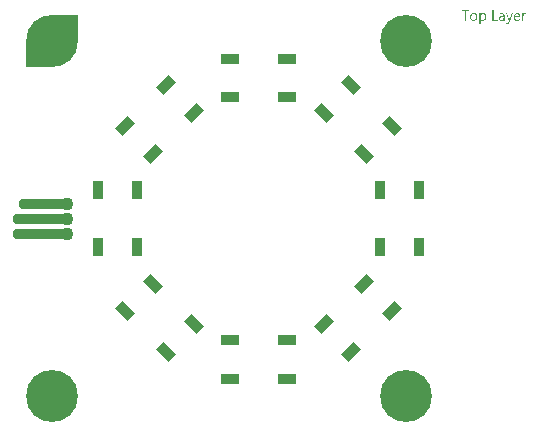
<source format=gtl>
G04*
G04 #@! TF.GenerationSoftware,Altium Limited,Altium Designer,22.4.2 (48)*
G04*
G04 Layer_Physical_Order=1*
G04 Layer_Color=255*
%FSAX44Y44*%
%MOMM*%
G71*
G04*
G04 #@! TF.SameCoordinates,0DF53AF2-F480-4E1A-B95F-C2B51B741BF4*
G04*
G04*
G04 #@! TF.FilePolarity,Positive*
G04*
G01*
G75*
%ADD13R,0.9000X1.5000*%
G04:AMPARAMS|DCode=14|XSize=1.5mm|YSize=0.9mm|CornerRadius=0mm|HoleSize=0mm|Usage=FLASHONLY|Rotation=225.000|XOffset=0mm|YOffset=0mm|HoleType=Round|Shape=Rectangle|*
%AMROTATEDRECTD14*
4,1,4,0.2121,0.8485,0.8485,0.2121,-0.2121,-0.8485,-0.8485,-0.2121,0.2121,0.8485,0.0*
%
%ADD14ROTATEDRECTD14*%

%ADD15R,1.5000X0.9000*%
G04:AMPARAMS|DCode=16|XSize=1.5mm|YSize=0.9mm|CornerRadius=0mm|HoleSize=0mm|Usage=FLASHONLY|Rotation=315.000|XOffset=0mm|YOffset=0mm|HoleType=Round|Shape=Rectangle|*
%AMROTATEDRECTD16*
4,1,4,-0.8485,0.2121,-0.2121,0.8485,0.8485,-0.2121,0.2121,-0.8485,-0.8485,0.2121,0.0*
%
%ADD16ROTATEDRECTD16*%

G04:AMPARAMS|DCode=21|XSize=0.9mm|YSize=4.3mm|CornerRadius=0.351mm|HoleSize=0mm|Usage=FLASHONLY|Rotation=90.000|XOffset=0mm|YOffset=0mm|HoleType=Round|Shape=RoundedRectangle|*
%AMROUNDEDRECTD21*
21,1,0.9000,3.5980,0,0,90.0*
21,1,0.1980,4.3000,0,0,90.0*
1,1,0.7020,1.7990,0.0990*
1,1,0.7020,1.7990,-0.0990*
1,1,0.7020,-1.7990,-0.0990*
1,1,0.7020,-1.7990,0.0990*
%
%ADD21ROUNDEDRECTD21*%
G04:AMPARAMS|DCode=22|XSize=0.9mm|YSize=4.8mm|CornerRadius=0.351mm|HoleSize=0mm|Usage=FLASHONLY|Rotation=90.000|XOffset=0mm|YOffset=0mm|HoleType=Round|Shape=RoundedRectangle|*
%AMROUNDEDRECTD22*
21,1,0.9000,4.0980,0,0,90.0*
21,1,0.1980,4.8000,0,0,90.0*
1,1,0.7020,2.0490,0.0990*
1,1,0.7020,2.0490,-0.0990*
1,1,0.7020,-2.0490,-0.0990*
1,1,0.7020,-2.0490,0.0990*
%
%ADD22ROUNDEDRECTD22*%
%ADD25C,1.1000*%
%ADD26C,0.2500*%
%ADD27C,4.4000*%
%ADD28C,0.6000*%
G36*
X-00197155Y00128000D02*
X-00174000Y00128000D01*
X-00153000Y00149000D01*
X-00153000Y00172155D01*
X-00174845Y00172155D01*
X-00197155Y00149845D01*
X-00197155Y00128000D01*
X-00197155Y00128000D02*
G37*
G36*
X00190295Y00174013D02*
X00190381Y00174005D01*
X00190483Y00173997D01*
X00190601Y00173973D01*
X00190735Y00173950D01*
X00190884Y00173911D01*
X00191033Y00173863D01*
X00191190Y00173808D01*
X00191347Y00173738D01*
X00191512Y00173659D01*
X00191669Y00173557D01*
X00191818Y00173440D01*
X00191967Y00173306D01*
X00192100Y00173157D01*
X00192108Y00173149D01*
X00192132Y00173118D01*
X00192163Y00173071D01*
X00192210Y00173000D01*
X00192257Y00172914D01*
X00192320Y00172812D01*
X00192383Y00172686D01*
X00192446Y00172553D01*
X00192508Y00172396D01*
X00192571Y00172223D01*
X00192634Y00172035D01*
X00192681Y00171831D01*
X00192728Y00171611D01*
X00192759Y00171375D01*
X00192783Y00171124D01*
X00192791Y00170865D01*
X00192791Y00170857D01*
X00192791Y00170849D01*
X00192791Y00170826D01*
X00192791Y00170795D01*
X00192783Y00170708D01*
X00192775Y00170598D01*
X00192767Y00170465D01*
X00192752Y00170308D01*
X00192728Y00170135D01*
X00192697Y00169947D01*
X00192650Y00169751D01*
X00192603Y00169539D01*
X00192540Y00169327D01*
X00192461Y00169115D01*
X00192375Y00168903D01*
X00192273Y00168691D01*
X00192147Y00168495D01*
X00192014Y00168307D01*
X00192006Y00168299D01*
X00191975Y00168267D01*
X00191935Y00168220D01*
X00191873Y00168157D01*
X00191794Y00168087D01*
X00191700Y00168001D01*
X00191582Y00167914D01*
X00191457Y00167828D01*
X00191315Y00167742D01*
X00191151Y00167655D01*
X00190978Y00167569D01*
X00190790Y00167498D01*
X00190585Y00167435D01*
X00190366Y00167388D01*
X00190130Y00167357D01*
X00189887Y00167349D01*
X00189832Y00167349D01*
X00189769Y00167357D01*
X00189683Y00167365D01*
X00189581Y00167380D01*
X00189463Y00167404D01*
X00189330Y00167435D01*
X00189181Y00167482D01*
X00189031Y00167537D01*
X00188874Y00167608D01*
X00188717Y00167694D01*
X00188553Y00167796D01*
X00188396Y00167922D01*
X00188247Y00168063D01*
X00188105Y00168228D01*
X00187972Y00168417D01*
X00187948Y00168417D01*
X00187948Y00164571D01*
X00186928Y00164571D01*
X00186928Y00173871D01*
X00187948Y00173871D01*
X00187948Y00172749D01*
X00187972Y00172749D01*
X00187980Y00172765D01*
X00188011Y00172804D01*
X00188050Y00172867D01*
X00188113Y00172945D01*
X00188192Y00173047D01*
X00188286Y00173149D01*
X00188404Y00173267D01*
X00188529Y00173385D01*
X00188678Y00173502D01*
X00188843Y00173620D01*
X00189024Y00173722D01*
X00189220Y00173824D01*
X00189432Y00173903D01*
X00189667Y00173965D01*
X00189911Y00174005D01*
X00190177Y00174020D01*
X00190232Y00174020D01*
X00190295Y00174013D01*
X00190295Y00174013D02*
G37*
G36*
X00226085Y00173973D02*
X00226171Y00173973D01*
X00226265Y00173958D01*
X00226367Y00173942D01*
X00226469Y00173926D01*
X00226556Y00173895D01*
X00226556Y00172835D01*
X00226540Y00172843D01*
X00226509Y00172867D01*
X00226446Y00172898D01*
X00226359Y00172937D01*
X00226242Y00172976D01*
X00226116Y00173008D01*
X00225959Y00173031D01*
X00225779Y00173039D01*
X00225716Y00173039D01*
X00225669Y00173031D01*
X00225614Y00173024D01*
X00225551Y00173008D01*
X00225402Y00172961D01*
X00225315Y00172929D01*
X00225229Y00172890D01*
X00225135Y00172835D01*
X00225041Y00172780D01*
X00224954Y00172710D01*
X00224860Y00172623D01*
X00224774Y00172529D01*
X00224688Y00172419D01*
X00224680Y00172411D01*
X00224672Y00172388D01*
X00224648Y00172356D01*
X00224617Y00172309D01*
X00224586Y00172247D01*
X00224546Y00172168D01*
X00224507Y00172082D01*
X00224468Y00171980D01*
X00224429Y00171870D01*
X00224389Y00171744D01*
X00224350Y00171603D01*
X00224319Y00171454D01*
X00224287Y00171289D01*
X00224264Y00171116D01*
X00224256Y00170936D01*
X00224248Y00170740D01*
X00224248Y00167498D01*
X00223228Y00167498D01*
X00223228Y00173871D01*
X00224248Y00173871D01*
X00224248Y00172553D01*
X00224272Y00172553D01*
X00224272Y00172561D01*
X00224279Y00172584D01*
X00224295Y00172616D01*
X00224311Y00172663D01*
X00224335Y00172717D01*
X00224366Y00172788D01*
X00224436Y00172937D01*
X00224531Y00173110D01*
X00224648Y00173283D01*
X00224782Y00173447D01*
X00224939Y00173604D01*
X00224947Y00173612D01*
X00224962Y00173620D01*
X00224986Y00173636D01*
X00225017Y00173667D01*
X00225056Y00173691D01*
X00225112Y00173722D01*
X00225229Y00173793D01*
X00225378Y00173863D01*
X00225551Y00173926D01*
X00225739Y00173965D01*
X00225841Y00173973D01*
X00225943Y00173981D01*
X00226006Y00173981D01*
X00226085Y00173973D01*
X00226085Y00173973D02*
G37*
G36*
X00212538Y00166478D02*
X00212538Y00166470D01*
X00212530Y00166454D01*
X00212514Y00166431D01*
X00212499Y00166392D01*
X00212483Y00166344D01*
X00212460Y00166297D01*
X00212397Y00166172D01*
X00212310Y00166023D01*
X00212216Y00165850D01*
X00212099Y00165677D01*
X00211965Y00165489D01*
X00211816Y00165308D01*
X00211651Y00165128D01*
X00211471Y00164955D01*
X00211274Y00164806D01*
X00211063Y00164681D01*
X00210953Y00164633D01*
X00210835Y00164586D01*
X00210717Y00164547D01*
X00210592Y00164524D01*
X00210466Y00164508D01*
X00210333Y00164500D01*
X00210270Y00164500D01*
X00210191Y00164508D01*
X00210097Y00164508D01*
X00209995Y00164524D01*
X00209885Y00164539D01*
X00209767Y00164555D01*
X00209665Y00164586D01*
X00209665Y00165497D01*
X00209681Y00165489D01*
X00209720Y00165481D01*
X00209783Y00165465D01*
X00209862Y00165442D01*
X00209956Y00165418D01*
X00210058Y00165403D01*
X00210168Y00165395D01*
X00210270Y00165387D01*
X00210301Y00165387D01*
X00210340Y00165395D01*
X00210395Y00165403D01*
X00210458Y00165418D01*
X00210537Y00165434D01*
X00210615Y00165465D01*
X00210709Y00165505D01*
X00210796Y00165552D01*
X00210898Y00165614D01*
X00210992Y00165685D01*
X00211086Y00165772D01*
X00211180Y00165881D01*
X00211274Y00165999D01*
X00211353Y00166140D01*
X00211431Y00166305D01*
X00211942Y00167506D01*
X00209454Y00173871D01*
X00210584Y00173871D01*
X00212310Y00168966D01*
X00212310Y00168958D01*
X00212318Y00168942D01*
X00212326Y00168919D01*
X00212342Y00168872D01*
X00212358Y00168809D01*
X00212373Y00168722D01*
X00212405Y00168613D01*
X00212436Y00168479D01*
X00212475Y00168479D01*
X00212475Y00168487D01*
X00212483Y00168511D01*
X00212491Y00168542D01*
X00212507Y00168597D01*
X00212522Y00168660D01*
X00212538Y00168738D01*
X00212569Y00168840D01*
X00212601Y00168950D01*
X00214414Y00173871D01*
X00215466Y00173871D01*
X00212538Y00166478D01*
X00212538Y00166478D02*
G37*
G36*
X00206322Y00174013D02*
X00206377Y00174013D01*
X00206432Y00174005D01*
X00206502Y00173997D01*
X00206581Y00173981D01*
X00206746Y00173950D01*
X00206942Y00173895D01*
X00207138Y00173824D01*
X00207350Y00173722D01*
X00207562Y00173596D01*
X00207664Y00173526D01*
X00207766Y00173440D01*
X00207860Y00173345D01*
X00207954Y00173251D01*
X00208041Y00173141D01*
X00208119Y00173016D01*
X00208198Y00172890D01*
X00208268Y00172749D01*
X00208323Y00172592D01*
X00208378Y00172427D01*
X00208417Y00172254D01*
X00208449Y00172058D01*
X00208465Y00171862D01*
X00208472Y00171642D01*
X00208472Y00167498D01*
X00207452Y00167498D01*
X00207452Y00168487D01*
X00207429Y00168487D01*
X00207421Y00168471D01*
X00207397Y00168440D01*
X00207358Y00168385D01*
X00207303Y00168307D01*
X00207232Y00168220D01*
X00207146Y00168126D01*
X00207052Y00168024D01*
X00206934Y00167922D01*
X00206801Y00167812D01*
X00206659Y00167710D01*
X00206495Y00167616D01*
X00206322Y00167530D01*
X00206126Y00167451D01*
X00205922Y00167396D01*
X00205702Y00167365D01*
X00205466Y00167349D01*
X00205372Y00167349D01*
X00205309Y00167357D01*
X00205231Y00167365D01*
X00205137Y00167373D01*
X00205035Y00167388D01*
X00204925Y00167412D01*
X00204682Y00167475D01*
X00204564Y00167514D01*
X00204438Y00167561D01*
X00204313Y00167616D01*
X00204195Y00167687D01*
X00204085Y00167765D01*
X00203975Y00167851D01*
X00203967Y00167859D01*
X00203952Y00167875D01*
X00203928Y00167906D01*
X00203889Y00167945D01*
X00203850Y00167993D01*
X00203810Y00168055D01*
X00203755Y00168126D01*
X00203708Y00168204D01*
X00203661Y00168299D01*
X00203614Y00168401D01*
X00203567Y00168511D01*
X00203528Y00168628D01*
X00203489Y00168754D01*
X00203465Y00168887D01*
X00203449Y00169037D01*
X00203442Y00169186D01*
X00203442Y00169193D01*
X00203442Y00169209D01*
X00203442Y00169233D01*
X00203449Y00169264D01*
X00203449Y00169303D01*
X00203457Y00169350D01*
X00203473Y00169468D01*
X00203504Y00169609D01*
X00203551Y00169766D01*
X00203614Y00169939D01*
X00203708Y00170120D01*
X00203818Y00170300D01*
X00203952Y00170481D01*
X00204038Y00170567D01*
X00204124Y00170653D01*
X00204226Y00170740D01*
X00204328Y00170818D01*
X00204446Y00170897D01*
X00204572Y00170967D01*
X00204705Y00171030D01*
X00204854Y00171093D01*
X00205011Y00171148D01*
X00205176Y00171195D01*
X00205357Y00171234D01*
X00205545Y00171266D01*
X00207452Y00171532D01*
X00207452Y00171540D01*
X00207452Y00171548D01*
X00207452Y00171572D01*
X00207452Y00171603D01*
X00207444Y00171681D01*
X00207429Y00171784D01*
X00207413Y00171909D01*
X00207381Y00172050D01*
X00207342Y00172192D01*
X00207287Y00172349D01*
X00207217Y00172498D01*
X00207130Y00172647D01*
X00207028Y00172780D01*
X00206903Y00172906D01*
X00206746Y00173008D01*
X00206573Y00173086D01*
X00206479Y00173118D01*
X00206369Y00173141D01*
X00206259Y00173149D01*
X00206141Y00173157D01*
X00206087Y00173157D01*
X00206031Y00173149D01*
X00205945Y00173141D01*
X00205843Y00173134D01*
X00205725Y00173118D01*
X00205592Y00173094D01*
X00205451Y00173063D01*
X00205294Y00173016D01*
X00205129Y00172969D01*
X00204956Y00172906D01*
X00204776Y00172827D01*
X00204595Y00172733D01*
X00204415Y00172631D01*
X00204234Y00172513D01*
X00204062Y00172372D01*
X00204062Y00173416D01*
X00204069Y00173424D01*
X00204101Y00173440D01*
X00204156Y00173471D01*
X00204226Y00173510D01*
X00204321Y00173557D01*
X00204423Y00173604D01*
X00204548Y00173659D01*
X00204689Y00173722D01*
X00204839Y00173777D01*
X00205003Y00173832D01*
X00205184Y00173879D01*
X00205372Y00173926D01*
X00205576Y00173965D01*
X00205780Y00173997D01*
X00206000Y00174013D01*
X00206228Y00174020D01*
X00206283Y00174020D01*
X00206322Y00174013D01*
X00206322Y00174013D02*
G37*
G36*
X00199101Y00168440D02*
X00202688Y00168440D01*
X00202688Y00167498D01*
X00198057Y00167498D01*
X00198057Y00176422D01*
X00199101Y00176422D01*
X00199101Y00168440D01*
X00199101Y00168440D02*
G37*
G36*
X00178193Y00175472D02*
X00175618Y00175472D01*
X00175618Y00167498D01*
X00174574Y00167498D01*
X00174574Y00175472D01*
X00172000Y00175472D01*
X00172000Y00176422D01*
X00178193Y00176422D01*
X00178193Y00175472D01*
X00178193Y00175472D02*
G37*
G36*
X00219186Y00174013D02*
X00219272Y00174005D01*
X00219382Y00173997D01*
X00219500Y00173981D01*
X00219633Y00173950D01*
X00219774Y00173918D01*
X00219931Y00173879D01*
X00220088Y00173824D01*
X00220245Y00173754D01*
X00220410Y00173675D01*
X00220567Y00173581D01*
X00220716Y00173471D01*
X00220865Y00173345D01*
X00220999Y00173204D01*
X00221007Y00173196D01*
X00221030Y00173165D01*
X00221062Y00173118D01*
X00221109Y00173055D01*
X00221156Y00172976D01*
X00221219Y00172875D01*
X00221281Y00172757D01*
X00221344Y00172623D01*
X00221407Y00172466D01*
X00221470Y00172302D01*
X00221532Y00172113D01*
X00221580Y00171917D01*
X00221627Y00171697D01*
X00221658Y00171470D01*
X00221682Y00171218D01*
X00221689Y00170959D01*
X00221689Y00170426D01*
X00217184Y00170426D01*
X00217184Y00170410D01*
X00217184Y00170379D01*
X00217192Y00170324D01*
X00217200Y00170253D01*
X00217208Y00170159D01*
X00217224Y00170057D01*
X00217239Y00169947D01*
X00217271Y00169821D01*
X00217341Y00169555D01*
X00217388Y00169421D01*
X00217443Y00169280D01*
X00217506Y00169146D01*
X00217577Y00169013D01*
X00217663Y00168895D01*
X00217757Y00168778D01*
X00217765Y00168770D01*
X00217781Y00168754D01*
X00217812Y00168722D01*
X00217859Y00168691D01*
X00217914Y00168644D01*
X00217985Y00168597D01*
X00218063Y00168542D01*
X00218150Y00168495D01*
X00218252Y00168440D01*
X00218370Y00168385D01*
X00218487Y00168338D01*
X00218629Y00168291D01*
X00218770Y00168260D01*
X00218927Y00168228D01*
X00219092Y00168212D01*
X00219264Y00168204D01*
X00219311Y00168204D01*
X00219366Y00168212D01*
X00219445Y00168212D01*
X00219539Y00168228D01*
X00219649Y00168244D01*
X00219774Y00168267D01*
X00219916Y00168291D01*
X00220065Y00168330D01*
X00220222Y00168377D01*
X00220387Y00168432D01*
X00220551Y00168503D01*
X00220724Y00168581D01*
X00220897Y00168675D01*
X00221069Y00168785D01*
X00221242Y00168911D01*
X00221242Y00167953D01*
X00221234Y00167945D01*
X00221203Y00167930D01*
X00221156Y00167898D01*
X00221093Y00167859D01*
X00221007Y00167812D01*
X00220905Y00167765D01*
X00220787Y00167710D01*
X00220653Y00167655D01*
X00220497Y00167592D01*
X00220332Y00167537D01*
X00220151Y00167490D01*
X00219955Y00167443D01*
X00219743Y00167404D01*
X00219515Y00167373D01*
X00219272Y00167357D01*
X00219021Y00167349D01*
X00218958Y00167349D01*
X00218895Y00167357D01*
X00218801Y00167365D01*
X00218683Y00167373D01*
X00218550Y00167396D01*
X00218409Y00167420D01*
X00218252Y00167459D01*
X00218087Y00167506D01*
X00217914Y00167561D01*
X00217734Y00167632D01*
X00217561Y00167710D01*
X00217381Y00167812D01*
X00217216Y00167930D01*
X00217051Y00168063D01*
X00216902Y00168212D01*
X00216894Y00168220D01*
X00216870Y00168252D01*
X00216831Y00168307D01*
X00216784Y00168377D01*
X00216721Y00168463D01*
X00216658Y00168573D01*
X00216588Y00168699D01*
X00216517Y00168848D01*
X00216447Y00169005D01*
X00216376Y00169193D01*
X00216313Y00169390D01*
X00216250Y00169609D01*
X00216203Y00169845D01*
X00216164Y00170096D01*
X00216140Y00170371D01*
X00216133Y00170653D01*
X00216133Y00170661D01*
X00216133Y00170669D01*
X00216133Y00170693D01*
X00216133Y00170716D01*
X00216140Y00170795D01*
X00216148Y00170905D01*
X00216156Y00171030D01*
X00216180Y00171171D01*
X00216203Y00171336D01*
X00216235Y00171517D01*
X00216282Y00171705D01*
X00216337Y00171901D01*
X00216407Y00172105D01*
X00216486Y00172309D01*
X00216580Y00172506D01*
X00216698Y00172710D01*
X00216823Y00172898D01*
X00216973Y00173078D01*
X00216980Y00173086D01*
X00217012Y00173118D01*
X00217059Y00173165D01*
X00217122Y00173228D01*
X00217208Y00173298D01*
X00217310Y00173377D01*
X00217420Y00173463D01*
X00217553Y00173549D01*
X00217694Y00173636D01*
X00217859Y00173722D01*
X00218032Y00173801D01*
X00218213Y00173871D01*
X00218409Y00173934D01*
X00218621Y00173981D01*
X00218840Y00174013D01*
X00219068Y00174020D01*
X00219123Y00174020D01*
X00219186Y00174013D01*
X00219186Y00174013D02*
G37*
G36*
X00182407Y00174013D02*
X00182509Y00174005D01*
X00182627Y00173997D01*
X00182768Y00173973D01*
X00182917Y00173950D01*
X00183082Y00173911D01*
X00183263Y00173863D01*
X00183443Y00173808D01*
X00183624Y00173738D01*
X00183812Y00173652D01*
X00183993Y00173549D01*
X00184173Y00173432D01*
X00184338Y00173298D01*
X00184495Y00173141D01*
X00184503Y00173134D01*
X00184526Y00173102D01*
X00184566Y00173047D01*
X00184620Y00172976D01*
X00184683Y00172890D01*
X00184746Y00172780D01*
X00184825Y00172655D01*
X00184895Y00172506D01*
X00184974Y00172341D01*
X00185044Y00172160D01*
X00185107Y00171964D01*
X00185170Y00171744D01*
X00185225Y00171509D01*
X00185264Y00171258D01*
X00185288Y00170991D01*
X00185296Y00170708D01*
X00185296Y00170700D01*
X00185296Y00170693D01*
X00185296Y00170669D01*
X00185296Y00170638D01*
X00185288Y00170559D01*
X00185280Y00170457D01*
X00185272Y00170324D01*
X00185248Y00170175D01*
X00185225Y00170010D01*
X00185186Y00169829D01*
X00185138Y00169641D01*
X00185084Y00169437D01*
X00185013Y00169233D01*
X00184935Y00169029D01*
X00184832Y00168825D01*
X00184715Y00168628D01*
X00184581Y00168440D01*
X00184432Y00168260D01*
X00184424Y00168252D01*
X00184393Y00168220D01*
X00184346Y00168173D01*
X00184275Y00168118D01*
X00184189Y00168048D01*
X00184087Y00167969D01*
X00183961Y00167891D01*
X00183820Y00167804D01*
X00183663Y00167718D01*
X00183490Y00167639D01*
X00183302Y00167561D01*
X00183098Y00167490D01*
X00182870Y00167435D01*
X00182635Y00167388D01*
X00182391Y00167357D01*
X00182125Y00167349D01*
X00182062Y00167349D01*
X00181991Y00167357D01*
X00181889Y00167365D01*
X00181772Y00167373D01*
X00181630Y00167396D01*
X00181481Y00167420D01*
X00181316Y00167459D01*
X00181136Y00167506D01*
X00180955Y00167569D01*
X00180767Y00167639D01*
X00180578Y00167726D01*
X00180390Y00167828D01*
X00180202Y00167945D01*
X00180029Y00168079D01*
X00179864Y00168236D01*
X00179856Y00168244D01*
X00179825Y00168275D01*
X00179786Y00168330D01*
X00179731Y00168401D01*
X00179668Y00168487D01*
X00179597Y00168597D01*
X00179527Y00168722D01*
X00179448Y00168872D01*
X00179370Y00169029D01*
X00179291Y00169209D01*
X00179221Y00169405D01*
X00179158Y00169617D01*
X00179103Y00169837D01*
X00179064Y00170080D01*
X00179032Y00170339D01*
X00179025Y00170606D01*
X00179025Y00170614D01*
X00179025Y00170622D01*
X00179025Y00170646D01*
X00179025Y00170677D01*
X00179032Y00170763D01*
X00179040Y00170873D01*
X00179048Y00171007D01*
X00179072Y00171164D01*
X00179095Y00171336D01*
X00179134Y00171525D01*
X00179181Y00171721D01*
X00179236Y00171925D01*
X00179307Y00172137D01*
X00179393Y00172349D01*
X00179495Y00172553D01*
X00179605Y00172749D01*
X00179739Y00172937D01*
X00179896Y00173118D01*
X00179904Y00173126D01*
X00179935Y00173157D01*
X00179990Y00173204D01*
X00180061Y00173259D01*
X00180147Y00173330D01*
X00180257Y00173400D01*
X00180382Y00173487D01*
X00180524Y00173573D01*
X00180681Y00173652D01*
X00180861Y00173738D01*
X00181057Y00173808D01*
X00181269Y00173879D01*
X00181497Y00173934D01*
X00181740Y00173981D01*
X00181999Y00174013D01*
X00182274Y00174020D01*
X00182337Y00174020D01*
X00182407Y00174013D01*
X00182407Y00174013D02*
G37*
%LPC*%
G36*
X00189926Y00173157D02*
X00189840Y00173157D01*
X00189777Y00173149D01*
X00189699Y00173141D01*
X00189612Y00173126D01*
X00189518Y00173102D01*
X00189408Y00173078D01*
X00189298Y00173047D01*
X00189181Y00173008D01*
X00189063Y00172953D01*
X00188945Y00172898D01*
X00188827Y00172827D01*
X00188710Y00172741D01*
X00188592Y00172647D01*
X00188490Y00172537D01*
X00188482Y00172529D01*
X00188466Y00172506D01*
X00188443Y00172474D01*
X00188404Y00172427D01*
X00188364Y00172364D01*
X00188317Y00172294D01*
X00188270Y00172207D01*
X00188223Y00172113D01*
X00188168Y00172003D01*
X00188121Y00171886D01*
X00188074Y00171760D01*
X00188035Y00171619D01*
X00187995Y00171470D01*
X00187972Y00171320D01*
X00187956Y00171156D01*
X00187948Y00170983D01*
X00187948Y00170096D01*
X00187948Y00170088D01*
X00187948Y00170065D01*
X00187948Y00170018D01*
X00187956Y00169963D01*
X00187964Y00169892D01*
X00187972Y00169813D01*
X00187988Y00169727D01*
X00188011Y00169633D01*
X00188074Y00169421D01*
X00188113Y00169311D01*
X00188160Y00169193D01*
X00188223Y00169084D01*
X00188294Y00168966D01*
X00188372Y00168856D01*
X00188458Y00168754D01*
X00188466Y00168746D01*
X00188482Y00168730D01*
X00188513Y00168707D01*
X00188553Y00168668D01*
X00188600Y00168628D01*
X00188663Y00168581D01*
X00188733Y00168534D01*
X00188820Y00168479D01*
X00188906Y00168432D01*
X00189008Y00168377D01*
X00189118Y00168330D01*
X00189228Y00168291D01*
X00189353Y00168252D01*
X00189487Y00168228D01*
X00189628Y00168212D01*
X00189769Y00168204D01*
X00189809Y00168204D01*
X00189856Y00168212D01*
X00189926Y00168212D01*
X00189997Y00168228D01*
X00190091Y00168244D01*
X00190193Y00168267D01*
X00190295Y00168291D01*
X00190413Y00168330D01*
X00190530Y00168377D01*
X00190648Y00168432D01*
X00190774Y00168503D01*
X00190892Y00168581D01*
X00191009Y00168675D01*
X00191119Y00168785D01*
X00191221Y00168911D01*
X00191229Y00168919D01*
X00191245Y00168942D01*
X00191268Y00168982D01*
X00191308Y00169044D01*
X00191347Y00169115D01*
X00191386Y00169201D01*
X00191433Y00169311D01*
X00191488Y00169429D01*
X00191535Y00169562D01*
X00191582Y00169711D01*
X00191621Y00169868D01*
X00191669Y00170049D01*
X00191700Y00170237D01*
X00191723Y00170441D01*
X00191739Y00170661D01*
X00191747Y00170889D01*
X00191747Y00170905D01*
X00191747Y00170936D01*
X00191747Y00170991D01*
X00191739Y00171061D01*
X00191731Y00171156D01*
X00191723Y00171258D01*
X00191708Y00171367D01*
X00191684Y00171493D01*
X00191629Y00171760D01*
X00191590Y00171901D01*
X00191535Y00172035D01*
X00191480Y00172176D01*
X00191417Y00172309D01*
X00191339Y00172435D01*
X00191253Y00172553D01*
X00191245Y00172561D01*
X00191229Y00172576D01*
X00191206Y00172608D01*
X00191166Y00172647D01*
X00191111Y00172694D01*
X00191056Y00172741D01*
X00190986Y00172796D01*
X00190907Y00172859D01*
X00190813Y00172914D01*
X00190719Y00172969D01*
X00190609Y00173016D01*
X00190491Y00173063D01*
X00190358Y00173102D01*
X00190224Y00173134D01*
X00190083Y00173149D01*
X00189926Y00173157D01*
X00189926Y00173157D02*
G37*
G36*
X00207452Y00170716D02*
X00205914Y00170504D01*
X00205906Y00170504D01*
X00205882Y00170496D01*
X00205843Y00170496D01*
X00205796Y00170488D01*
X00205741Y00170473D01*
X00205671Y00170457D01*
X00205513Y00170426D01*
X00205341Y00170379D01*
X00205168Y00170316D01*
X00204995Y00170237D01*
X00204917Y00170198D01*
X00204846Y00170151D01*
X00204831Y00170135D01*
X00204791Y00170104D01*
X00204729Y00170041D01*
X00204666Y00169947D01*
X00204603Y00169821D01*
X00204572Y00169751D01*
X00204540Y00169672D01*
X00204517Y00169586D01*
X00204501Y00169484D01*
X00204493Y00169382D01*
X00204485Y00169264D01*
X00204485Y00169256D01*
X00204485Y00169241D01*
X00204485Y00169217D01*
X00204493Y00169186D01*
X00204501Y00169099D01*
X00204525Y00168989D01*
X00204564Y00168872D01*
X00204627Y00168738D01*
X00204705Y00168613D01*
X00204815Y00168495D01*
X00204823Y00168495D01*
X00204831Y00168479D01*
X00204878Y00168448D01*
X00204948Y00168401D01*
X00205050Y00168354D01*
X00205184Y00168299D01*
X00205333Y00168252D01*
X00205513Y00168220D01*
X00205710Y00168204D01*
X00205780Y00168204D01*
X00205835Y00168212D01*
X00205898Y00168220D01*
X00205977Y00168236D01*
X00206055Y00168252D01*
X00206149Y00168275D01*
X00206346Y00168338D01*
X00206448Y00168377D01*
X00206557Y00168432D01*
X00206659Y00168495D01*
X00206761Y00168566D01*
X00206863Y00168644D01*
X00206958Y00168738D01*
X00206966Y00168746D01*
X00206981Y00168762D01*
X00207005Y00168793D01*
X00207036Y00168832D01*
X00207075Y00168887D01*
X00207115Y00168950D01*
X00207162Y00169021D01*
X00207209Y00169107D01*
X00207248Y00169201D01*
X00207295Y00169303D01*
X00207334Y00169413D01*
X00207374Y00169531D01*
X00207405Y00169657D01*
X00207429Y00169790D01*
X00207444Y00169931D01*
X00207452Y00170080D01*
X00207452Y00170716D01*
X00207452Y00170716D02*
G37*
G36*
X00219052Y00173157D02*
X00218982Y00173157D01*
X00218935Y00173149D01*
X00218872Y00173141D01*
X00218793Y00173134D01*
X00218715Y00173118D01*
X00218629Y00173094D01*
X00218432Y00173031D01*
X00218330Y00172992D01*
X00218228Y00172937D01*
X00218126Y00172882D01*
X00218016Y00172812D01*
X00217922Y00172733D01*
X00217820Y00172639D01*
X00217812Y00172631D01*
X00217797Y00172616D01*
X00217773Y00172584D01*
X00217742Y00172545D01*
X00217702Y00172490D01*
X00217655Y00172435D01*
X00217608Y00172356D01*
X00217553Y00172278D01*
X00217498Y00172184D01*
X00217451Y00172082D01*
X00217396Y00171972D01*
X00217349Y00171854D01*
X00217302Y00171721D01*
X00217263Y00171587D01*
X00217224Y00171438D01*
X00217200Y00171289D01*
X00220646Y00171289D01*
X00220646Y00171297D01*
X00220646Y00171328D01*
X00220646Y00171375D01*
X00220638Y00171438D01*
X00220630Y00171509D01*
X00220622Y00171595D01*
X00220606Y00171689D01*
X00220591Y00171791D01*
X00220536Y00172011D01*
X00220457Y00172247D01*
X00220410Y00172356D01*
X00220355Y00172466D01*
X00220292Y00172568D01*
X00220214Y00172663D01*
X00220206Y00172670D01*
X00220198Y00172686D01*
X00220175Y00172710D01*
X00220135Y00172741D01*
X00220096Y00172780D01*
X00220041Y00172819D01*
X00219986Y00172867D01*
X00219916Y00172914D01*
X00219837Y00172953D01*
X00219751Y00173000D01*
X00219649Y00173039D01*
X00219547Y00173078D01*
X00219437Y00173110D01*
X00219319Y00173134D01*
X00219186Y00173149D01*
X00219052Y00173157D01*
X00219052Y00173157D02*
G37*
G36*
X00182195Y00173157D02*
X00182156Y00173157D01*
X00182101Y00173149D01*
X00182031Y00173149D01*
X00181952Y00173134D01*
X00181858Y00173126D01*
X00181748Y00173102D01*
X00181630Y00173071D01*
X00181513Y00173039D01*
X00181387Y00172992D01*
X00181254Y00172937D01*
X00181128Y00172875D01*
X00180994Y00172796D01*
X00180869Y00172710D01*
X00180751Y00172608D01*
X00180641Y00172490D01*
X00180633Y00172482D01*
X00180618Y00172458D01*
X00180586Y00172419D01*
X00180555Y00172364D01*
X00180508Y00172302D01*
X00180461Y00172215D01*
X00180406Y00172121D01*
X00180359Y00172011D01*
X00180304Y00171886D01*
X00180249Y00171744D01*
X00180202Y00171595D01*
X00180155Y00171430D01*
X00180123Y00171250D01*
X00180092Y00171061D01*
X00180076Y00170857D01*
X00180068Y00170646D01*
X00180068Y00170630D01*
X00180068Y00170598D01*
X00180076Y00170536D01*
X00180076Y00170457D01*
X00180084Y00170363D01*
X00180100Y00170253D01*
X00180115Y00170127D01*
X00180139Y00169994D01*
X00180170Y00169853D01*
X00180210Y00169711D01*
X00180257Y00169562D01*
X00180312Y00169413D01*
X00180374Y00169264D01*
X00180453Y00169123D01*
X00180539Y00168982D01*
X00180641Y00168856D01*
X00180649Y00168848D01*
X00180665Y00168825D01*
X00180704Y00168793D01*
X00180751Y00168754D01*
X00180806Y00168707D01*
X00180877Y00168652D01*
X00180963Y00168589D01*
X00181057Y00168534D01*
X00181159Y00168471D01*
X00181277Y00168409D01*
X00181403Y00168354D01*
X00181544Y00168307D01*
X00181693Y00168267D01*
X00181850Y00168236D01*
X00182015Y00168212D01*
X00182195Y00168204D01*
X00182242Y00168204D01*
X00182290Y00168212D01*
X00182360Y00168212D01*
X00182439Y00168228D01*
X00182533Y00168236D01*
X00182643Y00168260D01*
X00182760Y00168283D01*
X00182878Y00168314D01*
X00183004Y00168361D01*
X00183129Y00168409D01*
X00183255Y00168471D01*
X00183381Y00168542D01*
X00183498Y00168628D01*
X00183616Y00168730D01*
X00183718Y00168840D01*
X00183726Y00168848D01*
X00183741Y00168872D01*
X00183765Y00168911D01*
X00183804Y00168958D01*
X00183843Y00169029D01*
X00183891Y00169107D01*
X00183938Y00169201D01*
X00183985Y00169311D01*
X00184032Y00169437D01*
X00184087Y00169570D01*
X00184126Y00169719D01*
X00184165Y00169884D01*
X00184205Y00170057D01*
X00184228Y00170253D01*
X00184244Y00170457D01*
X00184252Y00170669D01*
X00184252Y00170685D01*
X00184252Y00170724D01*
X00184252Y00170787D01*
X00184244Y00170865D01*
X00184236Y00170967D01*
X00184220Y00171077D01*
X00184205Y00171211D01*
X00184189Y00171344D01*
X00184118Y00171642D01*
X00184079Y00171791D01*
X00184024Y00171948D01*
X00183969Y00172097D01*
X00183891Y00172239D01*
X00183812Y00172380D01*
X00183718Y00172506D01*
X00183710Y00172513D01*
X00183694Y00172537D01*
X00183663Y00172568D01*
X00183616Y00172608D01*
X00183561Y00172655D01*
X00183498Y00172710D01*
X00183420Y00172772D01*
X00183326Y00172835D01*
X00183223Y00172890D01*
X00183114Y00172953D01*
X00182988Y00173008D01*
X00182855Y00173055D01*
X00182705Y00173094D01*
X00182549Y00173126D01*
X00182376Y00173149D01*
X00182195Y00173157D01*
X00182195Y00173157D02*
G37*
%LPD*%
D13*
X-00135500Y-00024500D02*
D03*
X-00102500Y-00024500D02*
D03*
X-00102500Y00024500D02*
D03*
X-00135500Y00024500D02*
D03*
X00102500Y-00024500D02*
D03*
X00135500Y-00024500D02*
D03*
X00135500Y00024500D02*
D03*
X00102500Y00024500D02*
D03*
D14*
X-00112991Y00078343D02*
D03*
X-00089657Y00055009D02*
D03*
X-00078343Y00112991D02*
D03*
X-00055009Y00089657D02*
D03*
X00055009Y-00089657D02*
D03*
X00078343Y-00112991D02*
D03*
X00089657Y-00055009D02*
D03*
X00112991Y-00078343D02*
D03*
D15*
X-00024500Y-00135500D02*
D03*
X-00024500Y-00102500D02*
D03*
X00024500Y-00102500D02*
D03*
X00024500Y-00135500D02*
D03*
X00024500Y00102500D02*
D03*
X00024500Y00135500D02*
D03*
X-00024500Y00135500D02*
D03*
X-00024500Y00102500D02*
D03*
D16*
X-00112991Y-00078343D02*
D03*
X-00078343Y-00112991D02*
D03*
X-00055009Y-00089657D02*
D03*
X-00089657Y-00055009D02*
D03*
X00089657Y00055009D02*
D03*
X00112991Y00078343D02*
D03*
X00078343Y00112991D02*
D03*
X00055009Y00089657D02*
D03*
D21*
X-00181500Y00012700D02*
D03*
D22*
X-00184000Y-00012700D02*
D03*
X-00184000Y00000000D02*
D03*
D25*
X-00162000Y-00012700D02*
D03*
X-00162000Y00000000D02*
D03*
X-00162000Y00012700D02*
D03*
D26*
X-00181500Y00012700D02*
X-00162000Y00012700D01*
D27*
X-00175000Y-00150000D02*
D03*
X00125000Y-00150000D02*
D03*
X00125000Y00150000D02*
D03*
X-00175000Y00150000D02*
D03*
D28*
X-00190500Y00000000D02*
D03*
M02*

</source>
